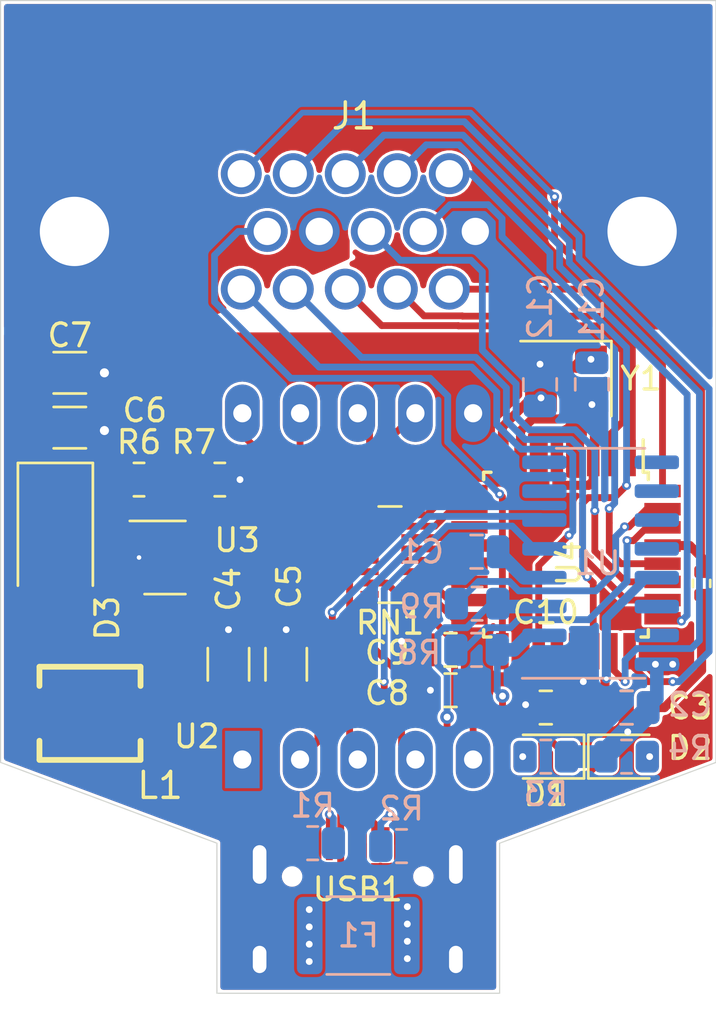
<source format=kicad_pcb>
(kicad_pcb (version 20171130) (host pcbnew "(5.1.9)-1")
  (layers (0 F.Cu signal) (31 B.Cu signal) (34 B.Paste user) (35 F.Paste user) (36 B.SilkS user) (37 F.SilkS user) (38 B.Mask user) (39 F.Mask user) (44 Edge.Cuts user))
  (net 0 "")
  (net 1 GNDA)
  (net 2 "Net-(C1-Pad1)")
  (net 3 "Net-(C3-Pad2)")
  (net 4 "Net-(C3-Pad1)")
  (net 5 +5V)
  (net 6 "Net-(C10-Pad2)")
  (net 7 "Net-(C11-Pad2)")
  (net 8 "Net-(C12-Pad2)")
  (net 9 "Net-(D1-Pad2)")
  (net 10 /RX)
  (net 11 "Net-(D2-Pad2)")
  (net 12 /TX)
  (net 13 +12V)
  (net 14 VBUS)
  (net 15 /Reset)
  (net 16 /A7)
  (net 17 /A6)
  (net 18 /A5)
  (net 19 /A4)
  (net 20 /A3)
  (net 21 /A2)
  (net 22 /A1)
  (net 23 /A0)
  (net 24 /D13)
  (net 25 /D12)
  (net 26 /D11)
  (net 27 /D10)
  (net 28 "Net-(R1-Pad1)")
  (net 29 "Net-(R2-Pad2)")
  (net 30 /D2)
  (net 31 /D3)
  (net 32 /D4)
  (net 33 /D5)
  (net 34 /D6)
  (net 35 /D7)
  (net 36 /D8)
  (net 37 /D9)
  (net 38 /D0)
  (net 39 /D1)
  (net 40 "Net-(U1-Pad15)")
  (net 41 "Net-(U1-Pad14)")
  (net 42 "Net-(U1-Pad12)")
  (net 43 "Net-(U1-Pad11)")
  (net 44 "Net-(U1-Pad10)")
  (net 45 "Net-(U1-Pad9)")
  (net 46 "Net-(U1-Pad8)")
  (net 47 "Net-(U1-Pad7)")
  (net 48 "Net-(U1-Pad6)")
  (net 49 "Net-(U1-Pad5)")
  (net 50 "Net-(U3-Pad6)")
  (net 51 "Net-(USB1-Pad3)")
  (net 52 "Net-(USB1-Pad9)")
  (net 53 "Net-(RN1-Pad11)")
  (net 54 "Net-(RN1-Pad10)")
  (net 55 "Net-(RN1-Pad12)")
  (net 56 "Net-(RN1-Pad13)")
  (net 57 "Net-(RN1-Pad9)")
  (net 58 "Net-(RN1-Pad14)")
  (net 59 "Net-(RN1-Pad15)")
  (net 60 "Net-(RN1-Pad16)")
  (net 61 "Net-(D3-Pad2)")
  (net 62 "Net-(R6-Pad2)")
  (module Display_7Segment:7SegmentLED_LTS6760_LTS6780 (layer F.Cu) (at 72.62 84.201 90)
    (fp_text reference U2 (at 1.016 -2.008 180) (layer F.SilkS))
    (fp_text value HDSP-A151)
    (pad 10 thru_hole oval (at 15.24 0) (size 1.524 2.524) (drill 0.8) (layers *.Cu *.Mask) (net 55 "Net-(RN1-Pad12)"))
    (pad 9 thru_hole oval (at 15.24 2.54) (size 1.524 2.524) (drill 0.8) (layers *.Cu *.Mask) (net 53 "Net-(RN1-Pad11)"))
    (pad 8 thru_hole oval (at 15.24 5.08) (size 1.524 2.524) (drill 0.8) (layers *.Cu *.Mask) (net 57 "Net-(RN1-Pad9)"))
    (pad 7 thru_hole oval (at 15.24 7.62) (size 1.524 2.524) (drill 0.8) (layers *.Cu *.Mask) (net 54 "Net-(RN1-Pad10)"))
    (pad 6 thru_hole oval (at 15.24 10.16) (size 1.524 2.524) (drill 0.8) (layers *.Cu *.Mask) (net 5 +5V))
    (pad 5 thru_hole oval (at 0 10.16) (size 1.524 2.524) (drill 0.8) (layers *.Cu *.Mask) (net 59 "Net-(RN1-Pad15)"))
    (pad 4 thru_hole oval (at 0 7.62) (size 1.524 2.524) (drill 0.8) (layers *.Cu *.Mask) (net 60 "Net-(RN1-Pad16)"))
    (pad 3 thru_hole oval (at 0 5.08) (size 1.524 2.524) (drill 0.8) (layers *.Cu *.Mask) (net 58 "Net-(RN1-Pad14)"))
    (pad 2 thru_hole oval (at 0 2.54) (size 1.524 2.524) (drill 0.8) (layers *.Cu *.Mask) (net 56 "Net-(RN1-Pad13)"))
    (pad 1 thru_hole rect (at 0 0) (size 1.524 2.524) (drill 0.8) (layers *.Cu *.Mask) (net 5 +5V))
  )
  (module 1_resouce:CONN-TH_DS1038-15MBNSIA74-0CC (layer F.Cu) (at 77.724 60.96)
    (fp_text reference J1 (at -1.27 -5.08) (layer F.SilkS) (effects (font (size 1.143 1.143) (thickness 0.152)) (justify left)))
    (fp_text value DB15_Male_HighDensity_MountingHoles hide)
    (pad 0 thru_hole circle (at -12.495 0) (size 5 5) (drill 3.05) (layers *.Cu *.Paste *.Mask) (net 1 GNDA))
    (pad 0 thru_hole circle (at 12.495 0) (size 5 5) (drill 3.05) (layers *.Cu *.Paste *.Mask) (net 1 GNDA))
    (pad 1 thru_hole circle (at 4.007 2.54) (size 1.8 1.8) (drill 1.2) (layers *.Cu *.Paste *.Mask) (net 30 /D2))
    (pad 2 thru_hole circle (at 1.718 2.54) (size 1.8 1.8) (drill 1.2) (layers *.Cu *.Paste *.Mask) (net 31 /D3))
    (pad 3 thru_hole circle (at -0.572 2.54) (size 1.8 1.8) (drill 1.2) (layers *.Cu *.Paste *.Mask) (net 32 /D4))
    (pad 4 thru_hole circle (at -2.862 2.54) (size 1.8 1.8) (drill 1.2) (layers *.Cu *.Paste *.Mask) (net 16 /A7))
    (pad 5 thru_hole circle (at -5.152 2.54) (size 1.8 1.8) (drill 1.2) (layers *.Cu *.Paste *.Mask) (net 17 /A6))
    (pad 6 thru_hole circle (at 5.152 0) (size 1.8 1.8) (drill 1.2) (layers *.Cu *.Paste *.Mask) (net 1 GNDA))
    (pad 7 thru_hole circle (at 2.862 0) (size 1.8 1.8) (drill 1.2) (layers *.Cu *.Paste *.Mask) (net 18 /A5))
    (pad 8 thru_hole circle (at 0.572 0) (size 1.8 1.8) (drill 1.2) (layers *.Cu *.Paste *.Mask) (net 19 /A4))
    (pad 9 thru_hole circle (at -1.718 0) (size 1.8 1.8) (drill 1.2) (layers *.Cu *.Paste *.Mask) (net 13 +12V))
    (pad 10 thru_hole circle (at -4.007 0) (size 1.8 1.8) (drill 1.2) (layers *.Cu *.Paste *.Mask) (net 24 /D13))
    (pad 11 thru_hole circle (at 4.007 -2.54) (size 1.8 1.8) (drill 1.2) (layers *.Cu *.Paste *.Mask) (net 20 /A3))
    (pad 12 thru_hole circle (at 1.718 -2.54) (size 1.8 1.8) (drill 1.2) (layers *.Cu *.Paste *.Mask) (net 21 /A2))
    (pad 13 thru_hole circle (at -0.572 -2.54) (size 1.8 1.8) (drill 1.2) (layers *.Cu *.Paste *.Mask) (net 23 /A0))
    (pad 14 thru_hole circle (at -2.862 -2.54) (size 1.8 1.8) (drill 1.2) (layers *.Cu *.Paste *.Mask) (net 22 /A1))
    (pad 15 thru_hole circle (at -5.152 -2.54) (size 1.8 1.8) (drill 1.2) (layers *.Cu *.Paste *.Mask) (net 15 /Reset))
  )
  (module Capacitor_SMD:C_1206_3216Metric (layer F.Cu) (at 65.024 67.183 180)
    (fp_text reference C7 (at 0 1.651) (layer F.SilkS))
    (fp_text value 10u)
    (pad 2 smd roundrect (at 1.475 0 180) (size 1.15 1.8) (layers F.Cu F.Paste F.Mask) (roundrect_rratio 0.217391) (net 13 +12V))
    (pad 1 smd roundrect (at -1.475 0 180) (size 1.15 1.8) (layers F.Cu F.Paste F.Mask) (roundrect_rratio 0.217391) (net 1 GNDA))
  )
  (module Capacitor_SMD:C_1206_3216Metric (layer F.Cu) (at 65.024 69.596 180)
    (fp_text reference C6 (at -3.302 0.762) (layer F.SilkS))
    (fp_text value 10u)
    (pad 2 smd roundrect (at 1.475 0 180) (size 1.15 1.8) (layers F.Cu F.Paste F.Mask) (roundrect_rratio 0.217391) (net 13 +12V))
    (pad 1 smd roundrect (at -1.475 0 180) (size 1.15 1.8) (layers F.Cu F.Paste F.Mask) (roundrect_rratio 0.217391) (net 1 GNDA))
  )
  (module Capacitor_SMD:C_1206_3216Metric (layer F.Cu) (at 74.549 80.01 270)
    (fp_text reference C5 (at -3.429 -0.127 90) (layer F.SilkS))
    (fp_text value 10u)
    (pad 1 smd roundrect (at -1.475 0 270) (size 1.15 1.8) (layers F.Cu F.Paste F.Mask) (roundrect_rratio 0.217391) (net 1 GNDA))
    (pad 2 smd roundrect (at 1.475 0 270) (size 1.15 1.8) (layers F.Cu F.Paste F.Mask) (roundrect_rratio 0.217391) (net 5 +5V))
  )
  (module Capacitor_SMD:C_1206_3216Metric (layer F.Cu) (at 72.009 80.01 270)
    (fp_text reference C4 (at -3.302 0 90) (layer F.SilkS))
    (fp_text value 10u)
    (pad 1 smd roundrect (at -1.475 0 270) (size 1.15 1.8) (layers F.Cu F.Paste F.Mask) (roundrect_rratio 0.217391) (net 1 GNDA))
    (pad 2 smd roundrect (at 1.475 0 270) (size 1.15 1.8) (layers F.Cu F.Paste F.Mask) (roundrect_rratio 0.217391) (net 5 +5V))
  )
  (module Resistor_SMD:R_0402_1005Metric (layer F.Cu) (at 92.837 76.452 270)
    (fp_text reference R5 hide)
    (fp_text value 0)
    (pad 2 smd roundrect (at 0.51 0 270) (size 0.54 0.64) (layers F.Cu F.Paste F.Mask) (net 4 "Net-(C3-Pad1)"))
    (pad 1 smd roundrect (at -0.51 0 270) (size 0.54 0.64) (layers F.Cu F.Paste F.Mask) (net 15 /Reset))
  )
  (module Resistor_SMD:R_Array_Convex_8x0602 (layer F.Cu) (at 79.121 75.184 180)
    (fp_text reference RN1 (at 0 -3) (layer F.SilkS))
    (fp_text value R_Pack08_Split)
    (pad 10 smd rect (at 0.9 1.25 180) (size 0.8 0.3) (layers F.Cu F.Paste F.Mask) (net 54 "Net-(RN1-Pad10)"))
    (pad 12 smd rect (at 0.9 0.25 180) (size 0.8 0.3) (layers F.Cu F.Paste F.Mask) (net 55 "Net-(RN1-Pad12)"))
    (pad 11 smd rect (at 0.9 0.75 180) (size 0.8 0.3) (layers F.Cu F.Paste F.Mask) (net 53 "Net-(RN1-Pad11)"))
    (pad 13 smd rect (at 0.9 -0.25 180) (size 0.8 0.3) (layers F.Cu F.Paste F.Mask) (net 56 "Net-(RN1-Pad13)"))
    (pad 14 smd rect (at 0.9 -0.75 180) (size 0.8 0.3) (layers F.Cu F.Paste F.Mask) (net 58 "Net-(RN1-Pad14)"))
    (pad 15 smd rect (at 0.9 -1.25 180) (size 0.8 0.3) (layers F.Cu F.Paste F.Mask) (net 59 "Net-(RN1-Pad15)"))
    (pad 7 smd rect (at -0.9 1.25 180) (size 0.8 0.3) (layers F.Cu F.Paste F.Mask) (net 34 /D6))
    (pad 6 smd rect (at -0.9 0.75 180) (size 0.8 0.3) (layers F.Cu F.Paste F.Mask) (net 35 /D7))
    (pad 5 smd rect (at -0.9 0.25 180) (size 0.8 0.3) (layers F.Cu F.Paste F.Mask) (net 36 /D8))
    (pad 4 smd rect (at -0.9 -0.25 180) (size 0.8 0.3) (layers F.Cu F.Paste F.Mask) (net 37 /D9))
    (pad 3 smd rect (at -0.9 -0.75 180) (size 0.8 0.3) (layers F.Cu F.Paste F.Mask) (net 27 /D10))
    (pad 2 smd rect (at -0.9 -1.25 180) (size 0.8 0.3) (layers F.Cu F.Paste F.Mask) (net 26 /D11))
    (pad 9 smd rect (at 0.9 1.75 180) (size 0.8 0.3) (layers F.Cu F.Paste F.Mask) (net 57 "Net-(RN1-Pad9)"))
    (pad 8 smd rect (at -0.9 1.75 180) (size 0.8 0.3) (layers F.Cu F.Paste F.Mask) (net 33 /D5))
    (pad 16 smd rect (at 0.9 -1.75 180) (size 0.8 0.3) (layers F.Cu F.Paste F.Mask) (net 60 "Net-(RN1-Pad16)"))
    (pad 1 smd rect (at -0.9 -1.75 180) (size 0.8 0.3) (layers F.Cu F.Paste F.Mask) (net 25 /D12))
  )
  (module Crystal:Crystal_SMD_3225-4Pin_3.2x2.5mm (layer F.Cu) (at 86.868 67.437 180)
    (fp_text reference Y1 (at -3.302 0) (layer F.SilkS))
    (fp_text value Crystal_GND24)
    (pad 4 smd rect (at -1.1 -0.85 180) (size 1.4 1.2) (layers F.Cu F.Paste F.Mask) (net 1 GNDA))
    (pad 3 smd rect (at 1.1 -0.85 180) (size 1.4 1.2) (layers F.Cu F.Paste F.Mask) (net 8 "Net-(C12-Pad2)"))
    (pad 2 smd rect (at 1.1 0.85 180) (size 1.4 1.2) (layers F.Cu F.Paste F.Mask) (net 1 GNDA))
    (pad 1 smd rect (at -1.1 0.85 180) (size 1.4 1.2) (layers F.Cu F.Paste F.Mask) (net 7 "Net-(C11-Pad2)"))
  )
  (module Type-C:HRO-TYPE-C-31-M-12 (layer F.Cu) (at 77.7 95.6)
    (fp_text reference USB1 (at 0 -5.684) (layer F.SilkS))
    (fp_text value HRO-TYPE-C-31-M-12)
    (pad 13 thru_hole oval (at 4.32 -2.6) (size 1 1.6) (drill oval 0.6 1.2) (layers *.Cu B.Mask) (net 1 GNDA))
    (pad 13 thru_hole oval (at -4.32 -2.6) (size 1 1.6) (drill oval 0.6 1.2) (layers *.Cu B.Mask) (net 1 GNDA))
    (pad 13 thru_hole oval (at 4.32 -6.78) (size 1 2.1) (drill oval 0.6 1.7) (layers *.Cu B.Mask) (net 1 GNDA))
    (pad 13 thru_hole oval (at -4.32 -6.78) (size 1 2.1) (drill oval 0.6 1.7) (layers *.Cu B.Mask) (net 1 GNDA))
    (pad "" np_thru_hole circle (at -2.89 -6.25) (size 0.65 0.65) (drill 0.65) (layers *.Cu *.Mask))
    (pad "" np_thru_hole circle (at 2.89 -6.25) (size 0.65 0.65) (drill 0.65) (layers *.Cu *.Mask))
    (pad 6 smd rect (at -0.25 -7.695) (size 0.3 1.45) (layers F.Cu F.Paste F.Mask) (net 49 "Net-(U1-Pad5)"))
    (pad 7 smd rect (at 0.25 -7.695) (size 0.3 1.45) (layers F.Cu F.Paste F.Mask) (net 48 "Net-(U1-Pad6)"))
    (pad 8 smd rect (at 0.75 -7.695) (size 0.3 1.45) (layers F.Cu F.Paste F.Mask) (net 49 "Net-(U1-Pad5)"))
    (pad 5 smd rect (at -0.75 -7.695) (size 0.3 1.45) (layers F.Cu F.Paste F.Mask) (net 48 "Net-(U1-Pad6)"))
    (pad 9 smd rect (at 1.25 -7.695) (size 0.3 1.45) (layers F.Cu F.Paste F.Mask) (net 52 "Net-(USB1-Pad9)"))
    (pad 4 smd rect (at -1.25 -7.695) (size 0.3 1.45) (layers F.Cu F.Paste F.Mask) (net 28 "Net-(R1-Pad1)"))
    (pad 10 smd rect (at 1.75 -7.695) (size 0.3 1.45) (layers F.Cu F.Paste F.Mask) (net 29 "Net-(R2-Pad2)"))
    (pad 3 smd rect (at -1.75 -7.695) (size 0.3 1.45) (layers F.Cu F.Paste F.Mask) (net 51 "Net-(USB1-Pad3)"))
    (pad 2 smd rect (at -2.45 -7.695) (size 0.6 1.45) (layers F.Cu F.Paste F.Mask) (net 14 VBUS))
    (pad 11 smd rect (at 2.45 -7.695) (size 0.6 1.45) (layers F.Cu F.Paste F.Mask) (net 14 VBUS))
    (pad 1 smd rect (at -3.225 -7.695) (size 0.6 1.45) (layers F.Cu F.Paste F.Mask) (net 1 GNDA))
    (pad 12 smd rect (at 3.225 -7.695) (size 0.6 1.45) (layers F.Cu F.Paste F.Mask) (net 1 GNDA))
  )
  (module Package_QFP:TQFP-32_7x7mm_P0.8mm (layer F.Cu) (at 86.868 75.184 270)
    (fp_text reference U4 (at 0.381 -0.127 90) (layer F.SilkS))
    (fp_text value ATmega328P-A)
    (pad 32 smd rect (at -2.8 -4.25) (size 1.6 0.55) (layers F.Cu F.Paste F.Mask) (net 30 /D2))
    (pad 31 smd rect (at -2 -4.25) (size 1.6 0.55) (layers F.Cu F.Paste F.Mask) (net 39 /D1))
    (pad 30 smd rect (at -1.2 -4.25) (size 1.6 0.55) (layers F.Cu F.Paste F.Mask) (net 38 /D0))
    (pad 29 smd rect (at -0.4 -4.25) (size 1.6 0.55) (layers F.Cu F.Paste F.Mask) (net 15 /Reset))
    (pad 28 smd rect (at 0.4 -4.25) (size 1.6 0.55) (layers F.Cu F.Paste F.Mask) (net 18 /A5))
    (pad 27 smd rect (at 1.2 -4.25) (size 1.6 0.55) (layers F.Cu F.Paste F.Mask) (net 19 /A4))
    (pad 26 smd rect (at 2 -4.25) (size 1.6 0.55) (layers F.Cu F.Paste F.Mask) (net 20 /A3))
    (pad 25 smd rect (at 2.8 -4.25) (size 1.6 0.55) (layers F.Cu F.Paste F.Mask) (net 21 /A2))
    (pad 24 smd rect (at 4.25 -2.8 270) (size 1.6 0.55) (layers F.Cu F.Paste F.Mask) (net 22 /A1))
    (pad 23 smd rect (at 4.25 -2 270) (size 1.6 0.55) (layers F.Cu F.Paste F.Mask) (net 23 /A0))
    (pad 22 smd rect (at 4.25 -1.2 270) (size 1.6 0.55) (layers F.Cu F.Paste F.Mask) (net 16 /A7))
    (pad 21 smd rect (at 4.25 -0.4 270) (size 1.6 0.55) (layers F.Cu F.Paste F.Mask) (net 1 GNDA))
    (pad 20 smd rect (at 4.25 0.4 270) (size 1.6 0.55) (layers F.Cu F.Paste F.Mask) (net 6 "Net-(C10-Pad2)"))
    (pad 19 smd rect (at 4.25 1.2 270) (size 1.6 0.55) (layers F.Cu F.Paste F.Mask) (net 17 /A6))
    (pad 18 smd rect (at 4.25 2 270) (size 1.6 0.55) (layers F.Cu F.Paste F.Mask) (net 5 +5V))
    (pad 17 smd rect (at 4.25 2.8 270) (size 1.6 0.55) (layers F.Cu F.Paste F.Mask) (net 24 /D13))
    (pad 16 smd rect (at 2.8 4.25) (size 1.6 0.55) (layers F.Cu F.Paste F.Mask) (net 25 /D12))
    (pad 15 smd rect (at 2 4.25) (size 1.6 0.55) (layers F.Cu F.Paste F.Mask) (net 26 /D11))
    (pad 14 smd rect (at 1.2 4.25) (size 1.6 0.55) (layers F.Cu F.Paste F.Mask) (net 27 /D10))
    (pad 13 smd rect (at 0.4 4.25) (size 1.6 0.55) (layers F.Cu F.Paste F.Mask) (net 37 /D9))
    (pad 12 smd rect (at -0.4 4.25) (size 1.6 0.55) (layers F.Cu F.Paste F.Mask) (net 36 /D8))
    (pad 11 smd rect (at -1.2 4.25) (size 1.6 0.55) (layers F.Cu F.Paste F.Mask) (net 35 /D7))
    (pad 10 smd rect (at -2 4.25) (size 1.6 0.55) (layers F.Cu F.Paste F.Mask) (net 34 /D6))
    (pad 9 smd rect (at -2.8 4.25) (size 1.6 0.55) (layers F.Cu F.Paste F.Mask) (net 33 /D5))
    (pad 8 smd rect (at -4.25 2.8 270) (size 1.6 0.55) (layers F.Cu F.Paste F.Mask) (net 8 "Net-(C12-Pad2)"))
    (pad 7 smd rect (at -4.25 2 270) (size 1.6 0.55) (layers F.Cu F.Paste F.Mask) (net 7 "Net-(C11-Pad2)"))
    (pad 6 smd rect (at -4.25 1.2 270) (size 1.6 0.55) (layers F.Cu F.Paste F.Mask) (net 5 +5V))
    (pad 5 smd rect (at -4.25 0.4 270) (size 1.6 0.55) (layers F.Cu F.Paste F.Mask) (net 1 GNDA))
    (pad 4 smd rect (at -4.25 -0.4 270) (size 1.6 0.55) (layers F.Cu F.Paste F.Mask) (net 5 +5V))
    (pad 3 smd rect (at -4.25 -1.2 270) (size 1.6 0.55) (layers F.Cu F.Paste F.Mask) (net 1 GNDA))
    (pad 2 smd rect (at -4.25 -2 270) (size 1.6 0.55) (layers F.Cu F.Paste F.Mask) (net 32 /D4))
    (pad 1 smd rect (at -4.25 -2.8 270) (size 1.6 0.55) (layers F.Cu F.Paste F.Mask) (net 31 /D3))
  )
  (module Package_TO_SOT_SMD:SOT-23-6 (layer F.Cu) (at 69.215 75.311)
    (fp_text reference U3 (at 3.175 -0.762) (layer F.SilkS))
    (fp_text value STI3508)
    (pad 1 smd rect (at -1.1 -0.95) (size 1.06 0.65) (layers F.Cu F.Paste F.Mask) (net 61 "Net-(D3-Pad2)"))
    (pad 2 smd rect (at -1.1 0) (size 1.06 0.65) (layers F.Cu F.Paste F.Mask) (net 1 GNDA))
    (pad 3 smd rect (at -1.1 0.95) (size 1.06 0.65) (layers F.Cu F.Paste F.Mask) (net 62 "Net-(R6-Pad2)"))
    (pad 4 smd rect (at 1.1 0.95) (size 1.06 0.65) (layers F.Cu F.Paste F.Mask) (net 5 +5V))
    (pad 6 smd rect (at 1.1 -0.95) (size 1.06 0.65) (layers F.Cu F.Paste F.Mask) (net 50 "Net-(U3-Pad6)"))
    (pad 5 smd rect (at 1.1 0) (size 1.06 0.65) (layers F.Cu F.Paste F.Mask) (net 5 +5V))
  )
  (module Package_SO:SOIC-16_3.9x9.9mm_P1.27mm (layer B.Cu) (at 88.392 75.565)
    (fp_text reference U1 (at -0.127 0) (layer B.SilkS) (effects (justify mirror)))
    (fp_text value CH340C)
    (pad 1 smd roundrect (at -2.475 4.445) (size 1.95 0.6) (layers B.Cu B.Paste B.Mask) (net 1 GNDA))
    (pad 2 smd roundrect (at -2.475 3.175) (size 1.95 0.6) (layers B.Cu B.Paste B.Mask) (net 10 /RX))
    (pad 3 smd roundrect (at -2.475 1.905) (size 1.95 0.6) (layers B.Cu B.Paste B.Mask) (net 12 /TX))
    (pad 4 smd roundrect (at -2.475 0.635) (size 1.95 0.6) (layers B.Cu B.Paste B.Mask) (net 2 "Net-(C1-Pad1)"))
    (pad 5 smd roundrect (at -2.475 -0.635) (size 1.95 0.6) (layers B.Cu B.Paste B.Mask) (net 49 "Net-(U1-Pad5)"))
    (pad 6 smd roundrect (at -2.475 -1.905) (size 1.95 0.6) (layers B.Cu B.Paste B.Mask) (net 48 "Net-(U1-Pad6)"))
    (pad 7 smd roundrect (at -2.475 -3.175) (size 1.95 0.6) (layers B.Cu B.Paste B.Mask) (net 47 "Net-(U1-Pad7)"))
    (pad 8 smd roundrect (at -2.475 -4.445) (size 1.95 0.6) (layers B.Cu B.Paste B.Mask) (net 46 "Net-(U1-Pad8)"))
    (pad 9 smd roundrect (at 2.475 -4.445) (size 1.95 0.6) (layers B.Cu B.Paste B.Mask) (net 45 "Net-(U1-Pad9)"))
    (pad 10 smd roundrect (at 2.475 -3.175) (size 1.95 0.6) (layers B.Cu B.Paste B.Mask) (net 44 "Net-(U1-Pad10)"))
    (pad 11 smd roundrect (at 2.475 -1.905) (size 1.95 0.6) (layers B.Cu B.Paste B.Mask) (net 43 "Net-(U1-Pad11)"))
    (pad 12 smd roundrect (at 2.475 -0.635) (size 1.95 0.6) (layers B.Cu B.Paste B.Mask) (net 42 "Net-(U1-Pad12)"))
    (pad 13 smd roundrect (at 2.475 0.635) (size 1.95 0.6) (layers B.Cu B.Paste B.Mask) (net 3 "Net-(C3-Pad2)"))
    (pad 14 smd roundrect (at 2.475 1.905) (size 1.95 0.6) (layers B.Cu B.Paste B.Mask) (net 41 "Net-(U1-Pad14)"))
    (pad 15 smd roundrect (at 2.475 3.175) (size 1.95 0.6) (layers B.Cu B.Paste B.Mask) (net 40 "Net-(U1-Pad15)"))
    (pad 16 smd roundrect (at 2.475 4.445) (size 1.95 0.6) (layers B.Cu B.Paste B.Mask) (net 5 +5V))
  )
  (module Resistor_SMD:R_0805_2012Metric (layer B.Cu) (at 82.9545 77.343 180)
    (fp_text reference R9 (at 2.4365 -0.127) (layer B.SilkS) (effects (justify mirror)))
    (fp_text value 1k)
    (pad 2 smd roundrect (at 0.9125 0 180) (size 1.025 1.4) (layers B.Cu B.Paste B.Mask) (roundrect_rratio 0.243902) (net 39 /D1))
    (pad 1 smd roundrect (at -0.9125 0 180) (size 1.025 1.4) (layers B.Cu B.Paste B.Mask) (roundrect_rratio 0.243902) (net 12 /TX))
  )
  (module Resistor_SMD:R_0805_2012Metric (layer B.Cu) (at 82.931 79.375 180)
    (fp_text reference R8 (at 2.54 -0.127) (layer B.SilkS) (effects (justify mirror)))
    (fp_text value 1k)
    (pad 2 smd roundrect (at 0.9125 0 180) (size 1.025 1.4) (layers B.Cu B.Paste B.Mask) (roundrect_rratio 0.243902) (net 38 /D0))
    (pad 1 smd roundrect (at -0.9125 0 180) (size 1.025 1.4) (layers B.Cu B.Paste B.Mask) (roundrect_rratio 0.243902) (net 10 /RX))
  )
  (module Resistor_SMD:R_0805_2012Metric (layer F.Cu) (at 71.628 71.882)
    (fp_text reference R7 (at -1.143 -1.65) (layer F.SilkS))
    (fp_text value 2k)
    (pad 2 smd roundrect (at 0.9125 0) (size 1.025 1.4) (layers F.Cu F.Paste F.Mask) (roundrect_rratio 0.243902) (net 1 GNDA))
    (pad 1 smd roundrect (at -0.9125 0) (size 1.025 1.4) (layers F.Cu F.Paste F.Mask) (roundrect_rratio 0.243902) (net 62 "Net-(R6-Pad2)"))
  )
  (module Resistor_SMD:R_0805_2012Metric (layer F.Cu) (at 68.072 71.882)
    (fp_text reference R6 (at 0 -1.65) (layer F.SilkS))
    (fp_text value 24k)
    (pad 2 smd roundrect (at 0.9125 0) (size 1.025 1.4) (layers F.Cu F.Paste F.Mask) (roundrect_rratio 0.243902) (net 62 "Net-(R6-Pad2)"))
    (pad 1 smd roundrect (at -0.9125 0) (size 1.025 1.4) (layers F.Cu F.Paste F.Mask) (roundrect_rratio 0.243902) (net 13 +12V))
  )
  (module Resistor_SMD:R_0805_2012Metric (layer B.Cu) (at 89.535 84.074 180)
    (fp_text reference R4 (at -2.794 0.381) (layer B.SilkS) (effects (justify mirror)))
    (fp_text value 1k)
    (pad 2 smd roundrect (at 0.9125 0 180) (size 1.025 1.4) (layers B.Cu B.Paste B.Mask) (roundrect_rratio 0.243902) (net 5 +5V))
    (pad 1 smd roundrect (at -0.9125 0 180) (size 1.025 1.4) (layers B.Cu B.Paste B.Mask) (roundrect_rratio 0.243902) (net 11 "Net-(D2-Pad2)"))
  )
  (module Resistor_SMD:R_0805_2012Metric (layer B.Cu) (at 85.979 84.074)
    (fp_text reference R3 (at 0 1.65) (layer B.SilkS) (effects (justify mirror)))
    (fp_text value 1k)
    (pad 2 smd roundrect (at 0.9125 0) (size 1.025 1.4) (layers B.Cu B.Paste B.Mask) (roundrect_rratio 0.243902) (net 5 +5V))
    (pad 1 smd roundrect (at -0.9125 0) (size 1.025 1.4) (layers B.Cu B.Paste B.Mask) (roundrect_rratio 0.243902) (net 9 "Net-(D1-Pad2)"))
  )
  (module Resistor_SMD:R_0805_2012Metric (layer B.Cu) (at 79.629 88.011 180)
    (fp_text reference R2 (at 0 1.65) (layer B.SilkS) (effects (justify mirror)))
    (fp_text value 5.1k)
    (pad 2 smd roundrect (at 0.9125 0 180) (size 1.025 1.4) (layers B.Cu B.Paste B.Mask) (roundrect_rratio 0.243902) (net 29 "Net-(R2-Pad2)"))
    (pad 1 smd roundrect (at -0.9125 0 180) (size 1.025 1.4) (layers B.Cu B.Paste B.Mask) (roundrect_rratio 0.243902) (net 1 GNDA))
  )
  (module Resistor_SMD:R_0805_2012Metric (layer B.Cu) (at 75.7155 87.884 180)
    (fp_text reference R1 (at 0 1.65) (layer B.SilkS) (effects (justify mirror)))
    (fp_text value 5.1k)
    (pad 2 smd roundrect (at 0.9125 0 180) (size 1.025 1.4) (layers B.Cu B.Paste B.Mask) (roundrect_rratio 0.243902) (net 1 GNDA))
    (pad 1 smd roundrect (at -0.9125 0 180) (size 1.025 1.4) (layers B.Cu B.Paste B.Mask) (roundrect_rratio 0.243902) (net 28 "Net-(R1-Pad1)"))
  )
  (module 1_resouce:IND-SMD_L4.5-W4.2 (layer F.Cu) (at 65.913 82.169 180)
    (fp_text reference L1 (at -4.191 -3.175) (layer F.SilkS) (effects (font (size 1.143 1.143) (thickness 0.152)) (justify right)))
    (fp_text value INDUCTOR hide)
    (pad 1 smd rect (at -1.8 0 180) (size 1.675 1.95) (layers F.Cu F.Paste F.Mask) (net 5 +5V))
    (pad 2 smd rect (at 1.8 0 180) (size 1.675 1.95) (layers F.Cu F.Paste F.Mask) (net 61 "Net-(D3-Pad2)"))
  )
  (module Fuse:Fuse_1812_4532Metric (layer B.Cu) (at 77.724 91.948)
    (fp_text reference F1 (at 0 0) (layer B.SilkS) (effects (justify mirror)))
    (fp_text value Fuse)
    (pad 1 smd roundrect (at -2.1375 0) (size 1.125 3.4) (layers B.Cu B.Paste B.Mask) (roundrect_rratio 0.222222) (net 5 +5V))
    (pad 2 smd roundrect (at 2.1375 0) (size 1.125 3.4) (layers B.Cu B.Paste B.Mask) (roundrect_rratio 0.222222) (net 14 VBUS))
  )
  (module Diode_SMD:D_SMA (layer F.Cu) (at 64.389 74.549 270)
    (fp_text reference D3 (at 3.429 -2.286 90) (layer F.SilkS))
    (fp_text value D_Schottky)
    (pad 2 smd rect (at 2 0 270) (size 2.5 1.8) (layers F.Cu F.Paste F.Mask) (net 61 "Net-(D3-Pad2)"))
    (pad 1 smd rect (at -2 0 270) (size 2.5 1.8) (layers F.Cu F.Paste F.Mask) (net 13 +12V))
  )
  (module LED_SMD:LED_0805_2012Metric (layer F.Cu) (at 89.535 84.074)
    (fp_text reference D2 (at 2.794 -0.381) (layer F.SilkS))
    (fp_text value LED)
    (pad 2 smd roundrect (at 0.9375 0) (size 0.975 1.4) (layers F.Cu F.Paste F.Mask) (net 11 "Net-(D2-Pad2)"))
    (pad 1 smd roundrect (at -0.9375 0) (size 0.975 1.4) (layers F.Cu F.Paste F.Mask) (net 12 /TX))
  )
  (module LED_SMD:LED_0805_2012Metric (layer F.Cu) (at 85.979 84.074 180)
    (fp_text reference D1 (at 0 -1.65) (layer F.SilkS))
    (fp_text value LED)
    (pad 2 smd roundrect (at 0.9375 0 180) (size 0.975 1.4) (layers F.Cu F.Paste F.Mask) (net 9 "Net-(D1-Pad2)"))
    (pad 1 smd roundrect (at -0.9375 0 180) (size 0.975 1.4) (layers F.Cu F.Paste F.Mask) (net 10 /RX))
  )
  (module Capacitor_SMD:C_0805_2012Metric (layer B.Cu) (at 85.725 67.691 270)
    (fp_text reference C12 (at -3.429 0 90) (layer B.SilkS) (effects (justify mirror)))
    (fp_text value 22p)
    (pad 2 smd roundrect (at 0.95 0 270) (size 1 1.45) (layers B.Cu B.Paste B.Mask) (net 8 "Net-(C12-Pad2)"))
    (pad 1 smd roundrect (at -0.95 0 270) (size 1 1.45) (layers B.Cu B.Paste B.Mask) (net 1 GNDA))
  )
  (module Capacitor_SMD:C_0805_2012Metric (layer B.Cu) (at 88.011 67.691 90)
    (fp_text reference C11 (at 3.302 0 270) (layer B.SilkS) (effects (justify mirror)))
    (fp_text value 22p)
    (pad 2 smd roundrect (at 0.95 0 90) (size 1 1.45) (layers B.Cu B.Paste B.Mask) (net 7 "Net-(C11-Pad2)"))
    (pad 1 smd roundrect (at -0.95 0 90) (size 1 1.45) (layers B.Cu B.Paste B.Mask) (net 1 GNDA))
  )
  (module Capacitor_SMD:C_0805_2012Metric (layer F.Cu) (at 85.979 81.915)
    (fp_text reference C10 (at 0 -4.191) (layer F.SilkS))
    (fp_text value 0.1u)
    (pad 2 smd roundrect (at 0.95 0) (size 1 1.45) (layers F.Cu F.Paste F.Mask) (net 6 "Net-(C10-Pad2)"))
    (pad 1 smd roundrect (at -0.95 0) (size 1 1.45) (layers F.Cu F.Paste F.Mask) (net 1 GNDA))
  )
  (module Capacitor_SMD:C_0805_2012Metric (layer F.Cu) (at 81.788 79.375)
    (fp_text reference C9 (at -2.794 0.127) (layer F.SilkS))
    (fp_text value 0.1u)
    (pad 2 smd roundrect (at 0.95 0) (size 1 1.45) (layers F.Cu F.Paste F.Mask) (net 5 +5V))
    (pad 1 smd roundrect (at -0.95 0) (size 1 1.45) (layers F.Cu F.Paste F.Mask) (net 1 GNDA))
  )
  (module Capacitor_SMD:C_0805_2012Metric (layer F.Cu) (at 81.788 81.153)
    (fp_text reference C8 (at -2.794 0.127) (layer F.SilkS))
    (fp_text value 4.7u)
    (pad 2 smd roundrect (at 0.95 0) (size 1 1.45) (layers F.Cu F.Paste F.Mask) (net 5 +5V))
    (pad 1 smd roundrect (at -0.95 0) (size 1 1.45) (layers F.Cu F.Paste F.Mask) (net 1 GNDA))
  )
  (module Capacitor_SMD:C_0805_2012Metric (layer F.Cu) (at 89.535 81.915 180)
    (fp_text reference C3 (at -2.794 0) (layer F.SilkS))
    (fp_text value 0.1u)
    (pad 2 smd roundrect (at 0.95 0 180) (size 1 1.45) (layers F.Cu F.Paste F.Mask) (net 3 "Net-(C3-Pad2)"))
    (pad 1 smd roundrect (at -0.95 0 180) (size 1 1.45) (layers F.Cu F.Paste F.Mask) (net 4 "Net-(C3-Pad1)"))
  )
  (module Capacitor_SMD:C_0805_2012Metric (layer B.Cu) (at 89.535 81.915)
    (fp_text reference C2 (at 2.794 -0.127) (layer B.SilkS) (effects (justify mirror)))
    (fp_text value 1u)
    (pad 1 smd roundrect (at -0.95 0) (size 1 1.45) (layers B.Cu B.Paste B.Mask) (net 1 GNDA))
    (pad 2 smd roundrect (at 0.95 0) (size 1 1.45) (layers B.Cu B.Paste B.Mask) (net 5 +5V))
  )
  (module Capacitor_SMD:C_0805_2012Metric (layer B.Cu) (at 82.931 75.057 180)
    (fp_text reference C1 (at 2.413 0) (layer B.SilkS) (effects (justify mirror)))
    (fp_text value 0.1u)
    (pad 2 smd roundrect (at 0.95 0 180) (size 1 1.45) (layers B.Cu B.Paste B.Mask) (net 1 GNDA))
    (pad 1 smd roundrect (at -0.95 0 180) (size 1 1.45) (layers B.Cu B.Paste B.Mask) (net 2 "Net-(C1-Pad1)"))
  )
  (gr_line (start 93.472 50.8) (end 61.976 50.8) (layer Edge.Cuts) (width 0.05))
  (gr_line (start 93.472 84.328) (end 93.472 50.8) (layer Edge.Cuts) (width 0.05))
  (gr_line (start 83.947 87.884) (end 93.472 84.328) (layer Edge.Cuts) (width 0.05))
  (gr_line (start 83.947 94.488) (end 83.947 87.884) (layer Edge.Cuts) (width 0.05))
  (gr_line (start 71.501 94.488) (end 83.947 94.488) (layer Edge.Cuts) (width 0.05))
  (gr_line (start 71.501 87.884) (end 71.501 94.488) (layer Edge.Cuts) (width 0.05))
  (gr_line (start 61.976 84.328) (end 71.501 87.884) (layer Edge.Cuts) (width 0.05))
  (gr_line (start 61.976 50.8) (end 61.976 84.328) (layer Edge.Cuts) (width 0.05))
  (via (at 79.629 78.994) (size 0.6) (drill 0.3) (layers F.Cu B.Cu) (net 1))
  (via (at 85.09 81.788) (size 0.6) (drill 0.3) (layers F.Cu B.Cu) (net 1))
  (via (at 80.899 81.153) (size 0.6) (drill 0.3) (layers F.Cu B.Cu) (net 1))
  (via (at 74.549 78.486) (size 0.6) (drill 0.3) (layers F.Cu B.Cu) (net 1))
  (via (at 72.009 78.486) (size 0.6) (drill 0.3) (layers F.Cu B.Cu) (net 1))
  (via (at 72.517 71.882) (size 0.6) (drill 0.3) (layers F.Cu B.Cu) (net 1))
  (via (at 68.072 75.311) (size 0.4) (drill 0.2) (layers F.Cu B.Cu) (net 1))
  (via (at 66.548 69.723) (size 0.8) (drill 0.4) (layers F.Cu B.Cu) (net 1))
  (via (at 66.548 67.183) (size 0.8) (drill 0.4) (layers F.Cu B.Cu) (net 1))
  (via (at 85.725 66.802) (size 0.6) (drill 0.3) (layers F.Cu B.Cu) (net 1))
  (segment (start 87.268 79.434) (end 87.268 79.267) (width 0.4) (layer F.Cu) (net 1))
  (segment (start 81.105 87.905) (end 82.02 88.82) (width 0.6) (layer F.Cu) (net 1))
  (segment (start 80.925 87.905) (end 81.105 87.905) (width 0.6) (layer F.Cu) (net 1))
  (segment (start 74.295 87.905) (end 73.38 88.82) (width 0.6) (layer F.Cu) (net 1))
  (segment (start 74.475 87.905) (end 74.295 87.905) (width 0.6) (layer F.Cu) (net 1))
  (via (at 87.63 80.772) (size 0.6) (drill 0.3) (layers F.Cu B.Cu) (net 1))
  (segment (start 87.268 80.41) (end 87.63 80.772) (width 0.6) (layer F.Cu) (net 1))
  (segment (start 87.268 79.434) (end 87.268 80.41) (width 0.6) (layer F.Cu) (net 1))
  (segment (start 86.468 72.134) (end 86.468 70.934) (width 0.4) (layer F.Cu) (net 1))
  (segment (start 87.871074 72.134) (end 86.468 72.134) (width 0.4) (layer F.Cu) (net 1))
  (segment (start 88.068 70.934) (end 88.068 71.937074) (width 0.4) (layer F.Cu) (net 1))
  (segment (start 88.068 71.937074) (end 87.871074 72.134) (width 0.4) (layer F.Cu) (net 1))
  (segment (start 80.457 78.994) (end 80.838 79.375) (width 0.6) (layer F.Cu) (net 1))
  (segment (start 79.629 78.994) (end 80.457 78.994) (width 0.6) (layer F.Cu) (net 1))
  (segment (start 88.068 68.641) (end 87.968 68.541) (width 0.3) (layer F.Cu) (net 1))
  (segment (start 88.068 70.934) (end 88.068 68.641) (width 0.3) (layer F.Cu) (net 1))
  (via (at 88.011 68.58) (size 0.6) (drill 0.3) (layers F.Cu B.Cu) (net 1))
  (segment (start 87.562336 58.303336) (end 90.219 60.96) (width 1.6) (layer F.Cu) (net 1))
  (segment (start 85.532664 58.303336) (end 87.562336 58.303336) (width 1.6) (layer F.Cu) (net 1))
  (segment (start 82.876 60.96) (end 85.532664 58.303336) (width 1.6) (layer F.Cu) (net 1))
  (segment (start 85.024 76.2) (end 83.881 75.057) (width 0.6) (layer B.Cu) (net 2))
  (segment (start 85.917 76.2) (end 85.024 76.2) (width 0.6) (layer B.Cu) (net 2))
  (segment (start 88.646 80.645) (end 88.646 80.645) (width 0.4) (layer B.Cu) (net 3))
  (via (at 88.646 80.645) (size 0.4) (drill 0.2) (layers F.Cu B.Cu) (net 3))
  (segment (start 88.585 80.706) (end 88.646 80.645) (width 0.4) (layer F.Cu) (net 3))
  (segment (start 88.585 81.915) (end 88.585 80.706) (width 0.4) (layer F.Cu) (net 3))
  (segment (start 88.646 77.978) (end 88.646 80.645) (width 0.4) (layer B.Cu) (net 3))
  (segment (start 90.424 76.2) (end 88.646 77.978) (width 0.4) (layer B.Cu) (net 3))
  (segment (start 90.867 76.2) (end 90.424 76.2) (width 0.4) (layer B.Cu) (net 3))
  (segment (start 91.203962 81.915) (end 92.837 80.281962) (width 0.4) (layer F.Cu) (net 4))
  (segment (start 90.485 81.915) (end 91.203962 81.915) (width 0.4) (layer F.Cu) (net 4))
  (segment (start 92.837 80.281962) (end 92.837 76.962) (width 0.4) (layer F.Cu) (net 4))
  (via (at 90.805 80.01) (size 0.6) (drill 0.3) (layers F.Cu B.Cu) (net 5))
  (via (at 91.567 80.01) (size 0.6) (drill 0.3) (layers F.Cu B.Cu) (net 5))
  (via (at 75.565 93.091) (size 0.6) (drill 0.3) (layers F.Cu B.Cu) (net 5))
  (via (at 75.565 92.329) (size 0.6) (drill 0.3) (layers F.Cu B.Cu) (net 5))
  (via (at 75.565 91.567) (size 0.6) (drill 0.3) (layers F.Cu B.Cu) (net 5))
  (via (at 75.565 90.805) (size 0.6) (drill 0.3) (layers F.Cu B.Cu) (net 5))
  (segment (start 86.8915 84.074) (end 88.6225 84.074) (width 1) (layer B.Cu) (net 5))
  (segment (start 90.485 82.083718) (end 90.485 81.915) (width 1) (layer B.Cu) (net 5))
  (segment (start 88.6225 83.946218) (end 89.586359 82.982359) (width 1) (layer B.Cu) (net 5))
  (segment (start 88.6225 84.074) (end 88.6225 83.946218) (width 1) (layer B.Cu) (net 5))
  (segment (start 89.586359 82.982359) (end 90.485 82.083718) (width 1) (layer B.Cu) (net 5))
  (via (at 89.586359 82.982359) (size 0.6) (drill 0.3) (layers F.Cu B.Cu) (net 5))
  (segment (start 90.867 81.533) (end 90.485 81.915) (width 0.6) (layer B.Cu) (net 5))
  (segment (start 90.867 80.01) (end 90.867 81.533) (width 0.6) (layer B.Cu) (net 5))
  (segment (start 86.468 81.454) (end 86.929 81.915) (width 0.4) (layer F.Cu) (net 6))
  (segment (start 86.468 79.434) (end 86.468 81.454) (width 0.4) (layer F.Cu) (net 6))
  (via (at 87.968 66.586954) (size 0.6) (drill 0.3) (layers F.Cu B.Cu) (net 7))
  (segment (start 86.940999 67.189691) (end 87.543736 66.586954) (width 0.4) (layer F.Cu) (net 7))
  (segment (start 87.543736 66.586954) (end 87.968 66.586954) (width 0.4) (layer F.Cu) (net 7))
  (segment (start 86.940999 68.888001) (end 86.940999 67.189691) (width 0.4) (layer F.Cu) (net 7))
  (segment (start 86.614 69.215) (end 86.940999 68.888001) (width 0.4) (layer F.Cu) (net 7))
  (segment (start 85.387 69.215) (end 86.614 69.215) (width 0.4) (layer F.Cu) (net 7))
  (segment (start 84.868 69.734) (end 85.387 69.215) (width 0.4) (layer F.Cu) (net 7))
  (segment (start 84.868 70.934) (end 84.868 69.734) (width 0.4) (layer F.Cu) (net 7))
  (via (at 85.768 68.287036) (size 0.6) (drill 0.3) (layers F.Cu B.Cu) (net 8))
  (segment (start 84.068 70.934) (end 84.068 69.562702) (width 0.4) (layer F.Cu) (net 8))
  (segment (start 84.068 69.562702) (end 85.343666 68.287036) (width 0.4) (layer F.Cu) (net 8))
  (segment (start 85.343666 68.287036) (end 85.768 68.287036) (width 0.4) (layer F.Cu) (net 8))
  (via (at 84.963 84.074) (size 0.6) (drill 0.3) (layers F.Cu B.Cu) (net 9))
  (segment (start 83.8435 79.375) (end 84.582 79.375) (width 0.6) (layer B.Cu) (net 10))
  (segment (start 85.217 78.74) (end 85.917 78.74) (width 0.6) (layer B.Cu) (net 10))
  (segment (start 84.582 79.375) (end 85.217 78.74) (width 0.6) (layer B.Cu) (net 10))
  (via (at 84.074 81.407) (size 0.6) (drill 0.3) (layers F.Cu B.Cu) (net 10))
  (segment (start 83.8435 79.375) (end 83.8435 81.1765) (width 0.3) (layer B.Cu) (net 10))
  (segment (start 83.8435 81.1765) (end 84.074 81.407) (width 0.3) (layer B.Cu) (net 10))
  (segment (start 84.560704 82.91701) (end 84.074 82.430306) (width 0.3) (layer F.Cu) (net 10))
  (segment (start 86.9165 84.074) (end 85.75951 82.91701) (width 0.3) (layer F.Cu) (net 10))
  (segment (start 85.75951 82.91701) (end 84.560704 82.91701) (width 0.3) (layer F.Cu) (net 10))
  (segment (start 84.074 82.430306) (end 84.074 81.407) (width 0.3) (layer F.Cu) (net 10))
  (via (at 90.551 84.074) (size 0.6) (drill 0.3) (layers F.Cu B.Cu) (net 11))
  (segment (start 83.994 77.47) (end 83.867 77.343) (width 0.6) (layer B.Cu) (net 12))
  (segment (start 85.917 77.47) (end 83.994 77.47) (width 0.6) (layer B.Cu) (net 12))
  (via (at 81.632882 82.334209) (size 0.6) (drill 0.3) (layers F.Cu B.Cu) (net 12))
  (segment (start 82.499296 78.39799) (end 81.537704 78.39799) (width 0.3) (layer B.Cu) (net 12))
  (segment (start 81.632882 80.447188) (end 81.632882 82.334209) (width 0.3) (layer B.Cu) (net 12))
  (segment (start 81.22899 80.043296) (end 81.632882 80.447188) (width 0.3) (layer B.Cu) (net 12))
  (segment (start 82.349628 85.74001) (end 81.632882 85.023264) (width 0.3) (layer F.Cu) (net 12))
  (segment (start 88.5975 84.074) (end 86.93149 85.74001) (width 0.3) (layer F.Cu) (net 12))
  (segment (start 81.537704 78.39799) (end 81.22899 78.706704) (width 0.3) (layer B.Cu) (net 12))
  (segment (start 83.867 77.343) (end 83.554286 77.343) (width 0.3) (layer B.Cu) (net 12))
  (segment (start 81.632882 85.023264) (end 81.632882 82.334209) (width 0.3) (layer F.Cu) (net 12))
  (segment (start 81.22899 78.706704) (end 81.22899 80.043296) (width 0.3) (layer B.Cu) (net 12))
  (segment (start 86.93149 85.74001) (end 82.349628 85.74001) (width 0.3) (layer F.Cu) (net 12))
  (segment (start 83.554286 77.343) (end 82.499296 78.39799) (width 0.3) (layer B.Cu) (net 12))
  (segment (start 63.549 67.183) (end 63.549 69.596) (width 1.6) (layer F.Cu) (net 13))
  (segment (start 63.549 71.709) (end 64.389 72.549) (width 1.6) (layer F.Cu) (net 13))
  (segment (start 63.549 69.596) (end 63.549 71.709) (width 1.6) (layer F.Cu) (net 13))
  (segment (start 65.056 71.882) (end 64.389 72.549) (width 1.6) (layer F.Cu) (net 13))
  (segment (start 67.1595 71.882) (end 65.056 71.882) (width 1.6) (layer F.Cu) (net 13))
  (via (at 79.883 92.964) (size 0.6) (drill 0.3) (layers F.Cu B.Cu) (net 14))
  (via (at 79.883 92.202) (size 0.6) (drill 0.3) (layers F.Cu B.Cu) (net 14))
  (via (at 79.883 91.44) (size 0.6) (drill 0.3) (layers F.Cu B.Cu) (net 14))
  (via (at 79.883 90.678) (size 0.6) (drill 0.3) (layers F.Cu B.Cu) (net 14))
  (segment (start 92.837 75.303) (end 92.837 75.942) (width 0.4) (layer F.Cu) (net 15))
  (segment (start 92.318 74.784) (end 92.837 75.303) (width 0.4) (layer F.Cu) (net 15))
  (segment (start 91.118 74.784) (end 92.318 74.784) (width 0.4) (layer F.Cu) (net 15))
  (segment (start 82.667312 55.73199) (end 86.365659 59.430337) (width 0.25) (layer B.Cu) (net 15))
  (segment (start 75.26001 55.73199) (end 82.667312 55.73199) (width 0.25) (layer B.Cu) (net 15))
  (segment (start 92.837 67.784038) (end 86.365659 61.312697) (width 0.3) (layer F.Cu) (net 15))
  (segment (start 72.572 58.42) (end 75.26001 55.73199) (width 0.25) (layer B.Cu) (net 15))
  (segment (start 86.365659 61.312697) (end 86.365659 59.430337) (width 0.3) (layer F.Cu) (net 15))
  (segment (start 92.837 75.303) (end 92.837 67.784038) (width 0.3) (layer F.Cu) (net 15))
  (via (at 86.365659 59.430337) (size 0.4) (drill 0.2) (layers F.Cu B.Cu) (net 15))
  (segment (start 88.068 76.423596) (end 87.800687 76.156283) (width 0.3) (layer F.Cu) (net 16))
  (segment (start 88.068 79.434) (end 88.068 76.423596) (width 0.3) (layer F.Cu) (net 16))
  (via (at 87.800687 76.156283) (size 0.4) (drill 0.2) (layers F.Cu B.Cu) (net 16))
  (segment (start 84.24602 67.853755) (end 84.24602 69.291136) (width 0.3) (layer B.Cu) (net 16))
  (segment (start 74.862 63.5) (end 77.863992 66.501992) (width 0.3) (layer B.Cu) (net 16))
  (segment (start 82.894257 66.501992) (end 84.24602 67.853755) (width 0.3) (layer B.Cu) (net 16))
  (segment (start 87.600688 75.956284) (end 87.800687 76.156283) (width 0.3) (layer B.Cu) (net 16))
  (segment (start 87.095748 70.11598) (end 87.600688 70.62092) (width 0.3) (layer B.Cu) (net 16))
  (segment (start 84.24602 69.291136) (end 85.070863 70.115979) (width 0.3) (layer B.Cu) (net 16))
  (segment (start 85.070863 70.115979) (end 87.095748 70.11598) (width 0.3) (layer B.Cu) (net 16))
  (segment (start 77.863992 66.501992) (end 82.894257 66.501992) (width 0.3) (layer B.Cu) (net 16))
  (segment (start 87.600688 70.62092) (end 87.600688 75.956284) (width 0.3) (layer B.Cu) (net 16))
  (segment (start 85.668 75.66179) (end 87.002718 74.327072) (width 0.3) (layer F.Cu) (net 17))
  (via (at 87.002718 74.327072) (size 0.4) (drill 0.2) (layers F.Cu B.Cu) (net 17))
  (segment (start 85.668 79.434) (end 85.668 75.66179) (width 0.3) (layer F.Cu) (net 17))
  (segment (start 87.16901 70.793126) (end 87.16901 74.16078) (width 0.3) (layer B.Cu) (net 17))
  (segment (start 72.572 63.5) (end 76.001002 66.929002) (width 0.3) (layer B.Cu) (net 17))
  (segment (start 84.89399 70.54299) (end 86.918874 70.54299) (width 0.3) (layer B.Cu) (net 17))
  (segment (start 83.81901 69.46801) (end 84.89399 70.54299) (width 0.3) (layer B.Cu) (net 17))
  (segment (start 87.16901 74.16078) (end 87.002718 74.327072) (width 0.3) (layer B.Cu) (net 17))
  (segment (start 86.918874 70.54299) (end 87.16901 70.793126) (width 0.3) (layer B.Cu) (net 17))
  (segment (start 83.81901 68.030628) (end 83.81901 69.46801) (width 0.3) (layer B.Cu) (net 17))
  (segment (start 76.001002 66.929002) (end 82.717384 66.929002) (width 0.3) (layer B.Cu) (net 17))
  (segment (start 82.717384 66.929002) (end 83.81901 68.030628) (width 0.3) (layer B.Cu) (net 17))
  (segment (start 89.300001 75.584) (end 91.118 75.584) (width 0.3) (layer F.Cu) (net 18))
  (segment (start 88.773001 75.057) (end 89.300001 75.584) (width 0.3) (layer F.Cu) (net 18))
  (segment (start 88.773001 73.786999) (end 88.773001 75.057) (width 0.3) (layer F.Cu) (net 18))
  (segment (start 88.773 73.152) (end 88.773001 73.786999) (width 0.3) (layer F.Cu) (net 18))
  (via (at 88.773 73.152) (size 0.4) (drill 0.2) (layers F.Cu B.Cu) (net 18))
  (segment (start 80.586 60.96) (end 81.763001 59.782999) (width 0.3) (layer B.Cu) (net 18))
  (segment (start 81.763001 59.782999) (end 83.440961 59.782999) (width 0.3) (layer B.Cu) (net 18))
  (segment (start 84.053001 60.395039) (end 84.053001 61.193001) (width 0.3) (layer B.Cu) (net 18))
  (segment (start 83.440961 59.782999) (end 84.053001 60.395039) (width 0.3) (layer B.Cu) (net 18))
  (segment (start 84.053001 61.193001) (end 89.01301 66.15301) (width 0.3) (layer B.Cu) (net 18))
  (segment (start 89.01301 66.15301) (end 89.01301 72.91199) (width 0.3) (layer B.Cu) (net 18))
  (segment (start 89.01301 72.91199) (end 88.773 73.152) (width 0.3) (layer B.Cu) (net 18))
  (segment (start 89.496117 76.384) (end 88.138014 75.025897) (width 0.3) (layer F.Cu) (net 19))
  (segment (start 91.118 76.384) (end 89.496117 76.384) (width 0.3) (layer F.Cu) (net 19))
  (segment (start 88.138014 75.025897) (end 88.138014 73.247645) (width 0.3) (layer F.Cu) (net 19))
  (via (at 88.138014 73.247645) (size 0.4) (drill 0.2) (layers F.Cu B.Cu) (net 19))
  (segment (start 84.673031 69.114263) (end 85.247737 69.688969) (width 0.3) (layer B.Cu) (net 19))
  (segment (start 83.185 66.188851) (end 84.673031 67.676882) (width 0.3) (layer B.Cu) (net 19))
  (segment (start 82.684306 62.23) (end 83.185 62.730694) (width 0.3) (layer B.Cu) (net 19))
  (segment (start 84.673031 67.676882) (end 84.673031 69.114263) (width 0.3) (layer B.Cu) (net 19))
  (segment (start 79.566 62.23) (end 82.684306 62.23) (width 0.3) (layer B.Cu) (net 19))
  (segment (start 78.296 60.96) (end 79.566 62.23) (width 0.3) (layer B.Cu) (net 19))
  (segment (start 85.247737 69.688969) (end 87.272622 69.68897) (width 0.3) (layer B.Cu) (net 19))
  (segment (start 87.272622 69.68897) (end 88.138014 70.554362) (width 0.3) (layer B.Cu) (net 19))
  (segment (start 83.185 62.730694) (end 83.185 66.188851) (width 0.3) (layer B.Cu) (net 19))
  (segment (start 88.138014 70.554362) (end 88.138014 73.247645) (width 0.3) (layer B.Cu) (net 19))
  (via (at 89.535 72.136) (size 0.4) (drill 0.2) (layers F.Cu B.Cu) (net 20))
  (segment (start 87.844044 72.674363) (end 88.996649 72.674363) (width 0.3) (layer F.Cu) (net 20))
  (segment (start 89.503 77.184) (end 87.596004 75.277004) (width 0.3) (layer F.Cu) (net 20))
  (segment (start 91.118 77.184) (end 89.503 77.184) (width 0.3) (layer F.Cu) (net 20))
  (segment (start 87.596004 75.277004) (end 87.596004 72.922403) (width 0.3) (layer F.Cu) (net 20))
  (segment (start 87.596004 72.922403) (end 87.844044 72.674363) (width 0.3) (layer F.Cu) (net 20))
  (segment (start 88.996649 72.674363) (end 89.535012 72.136) (width 0.3) (layer F.Cu) (net 20))
  (segment (start 89.535 72.136) (end 89.535 66.071116) (width 0.3) (layer B.Cu) (net 20))
  (segment (start 89.535 66.071116) (end 86.160966 62.697082) (width 0.3) (layer B.Cu) (net 20))
  (segment (start 86.160966 62.697082) (end 86.160966 61.89912) (width 0.3) (layer B.Cu) (net 20))
  (segment (start 86.160966 61.89912) (end 82.681846 58.42) (width 0.3) (layer B.Cu) (net 20))
  (segment (start 82.681846 58.42) (end 81.731 58.42) (width 0.3) (layer B.Cu) (net 20))
  (via (at 91.948 78.105) (size 0.4) (drill 0.2) (layers F.Cu B.Cu) (net 21))
  (segment (start 91.827 77.984) (end 91.948 78.105) (width 0.3) (layer F.Cu) (net 21))
  (segment (start 91.118 77.984) (end 91.827 77.984) (width 0.3) (layer F.Cu) (net 21))
  (segment (start 92.202 77.851) (end 92.202 68.134232) (width 0.3) (layer B.Cu) (net 21))
  (segment (start 82.160271 57.150001) (end 80.711999 57.150001) (width 0.3) (layer B.Cu) (net 21))
  (segment (start 86.587977 61.577707) (end 82.160271 57.150001) (width 0.3) (layer B.Cu) (net 21))
  (segment (start 91.948 78.105) (end 92.202 77.851) (width 0.3) (layer B.Cu) (net 21))
  (segment (start 80.711999 57.150001) (end 79.442 58.42) (width 0.3) (layer B.Cu) (net 21))
  (segment (start 92.202 68.134232) (end 86.587977 62.520209) (width 0.3) (layer B.Cu) (net 21))
  (segment (start 86.587977 62.520209) (end 86.587977 61.577707) (width 0.3) (layer B.Cu) (net 21))
  (via (at 91.567 80.772) (size 0.4) (drill 0.2) (layers F.Cu B.Cu) (net 22))
  (segment (start 90.481 80.772) (end 91.567 80.772) (width 0.3) (layer F.Cu) (net 22))
  (segment (start 89.668 79.434) (end 89.668 79.959) (width 0.3) (layer F.Cu) (net 22))
  (segment (start 89.668 79.959) (end 90.481 80.772) (width 0.3) (layer F.Cu) (net 22))
  (segment (start 93.16999 79.451852) (end 91.849842 80.772) (width 0.3) (layer B.Cu) (net 22))
  (segment (start 91.849842 80.772) (end 91.567 80.772) (width 0.3) (layer B.Cu) (net 22))
  (segment (start 93.16999 67.894454) (end 93.16999 79.451852) (width 0.3) (layer B.Cu) (net 22))
  (segment (start 87.441999 62.166463) (end 93.16999 67.894454) (width 0.3) (layer B.Cu) (net 22))
  (segment (start 82.394726 56.134) (end 87.441999 61.181273) (width 0.3) (layer B.Cu) (net 22))
  (segment (start 74.862 58.42) (end 77.148 56.134) (width 0.3) (layer B.Cu) (net 22))
  (segment (start 77.148 56.134) (end 82.394726 56.134) (width 0.3) (layer B.Cu) (net 22))
  (segment (start 87.441999 61.181273) (end 87.441999 62.166463) (width 0.3) (layer B.Cu) (net 22))
  (segment (start 88.868 80.167999) (end 89.472001 80.772) (width 0.3) (layer F.Cu) (net 23))
  (segment (start 88.868 79.434) (end 88.868 80.167999) (width 0.3) (layer F.Cu) (net 23))
  (segment (start 89.472001 80.772) (end 89.472001 80.772) (width 0.3) (layer F.Cu) (net 23))
  (via (at 89.472001 80.772) (size 0.4) (drill 0.2) (layers F.Cu B.Cu) (net 23))
  (segment (start 92.38699 79.31701) (end 92.742979 78.961021) (width 0.3) (layer B.Cu) (net 23))
  (segment (start 78.84901 56.72299) (end 77.152 58.42) (width 0.3) (layer B.Cu) (net 23))
  (segment (start 89.472001 79.826115) (end 89.981106 79.31701) (width 0.3) (layer B.Cu) (net 23))
  (segment (start 89.472001 80.772) (end 89.472001 79.826115) (width 0.3) (layer B.Cu) (net 23))
  (segment (start 92.742979 78.961021) (end 92.742979 68.071327) (width 0.3) (layer B.Cu) (net 23))
  (segment (start 82.337144 56.72299) (end 78.84901 56.72299) (width 0.3) (layer B.Cu) (net 23))
  (segment (start 87.014988 62.343336) (end 87.014988 61.400834) (width 0.3) (layer B.Cu) (net 23))
  (segment (start 87.014988 61.400834) (end 82.337144 56.72299) (width 0.3) (layer B.Cu) (net 23))
  (segment (start 92.742979 68.071327) (end 87.014988 62.343336) (width 0.3) (layer B.Cu) (net 23))
  (segment (start 89.981106 79.31701) (end 92.38699 79.31701) (width 0.3) (layer B.Cu) (net 23))
  (via (at 83.947 72.517) (size 0.4) (drill 0.2) (layers F.Cu B.Cu) (net 24))
  (segment (start 84.068 72.638) (end 83.947 72.517) (width 0.3) (layer F.Cu) (net 24))
  (segment (start 84.068 79.434) (end 84.068 72.638) (width 0.3) (layer F.Cu) (net 24))
  (segment (start 81.661 70.231) (end 83.947 72.517) (width 0.3) (layer B.Cu) (net 24))
  (segment (start 80.88399 67.42199) (end 81.661 68.199) (width 0.3) (layer B.Cu) (net 24))
  (segment (start 74.752028 67.42199) (end 80.88399 67.42199) (width 0.3) (layer B.Cu) (net 24))
  (segment (start 71.394999 64.064961) (end 74.752028 67.42199) (width 0.3) (layer B.Cu) (net 24))
  (segment (start 71.394999 62.009209) (end 71.394999 64.064961) (width 0.3) (layer B.Cu) (net 24))
  (segment (start 72.444208 60.96) (end 71.394999 62.009209) (width 0.3) (layer B.Cu) (net 24))
  (segment (start 81.661 68.199) (end 81.661 70.231) (width 0.3) (layer B.Cu) (net 24))
  (segment (start 73.717 60.96) (end 72.444208 60.96) (width 0.3) (layer B.Cu) (net 24))
  (segment (start 80.021 76.934) (end 80.860236 76.934) (width 0.3) (layer F.Cu) (net 25))
  (segment (start 81.910236 77.984) (end 82.618 77.984) (width 0.3) (layer F.Cu) (net 25))
  (segment (start 80.860236 76.934) (end 81.910236 77.984) (width 0.3) (layer F.Cu) (net 25))
  (segment (start 81.714118 77.184) (end 82.618 77.184) (width 0.3) (layer F.Cu) (net 26))
  (segment (start 80.964118 76.434) (end 81.714118 77.184) (width 0.3) (layer F.Cu) (net 26))
  (segment (start 80.021 76.434) (end 80.964118 76.434) (width 0.3) (layer F.Cu) (net 26))
  (segment (start 81.518 76.384) (end 82.618 76.384) (width 0.3) (layer F.Cu) (net 27))
  (segment (start 81.068 75.934) (end 81.518 76.384) (width 0.3) (layer F.Cu) (net 27))
  (segment (start 80.021 75.934) (end 81.068 75.934) (width 0.3) (layer F.Cu) (net 27))
  (via (at 76.454 86.614) (size 0.4) (drill 0.2) (layers F.Cu B.Cu) (net 28))
  (segment (start 76.45 86.618) (end 76.454 86.614) (width 0.3) (layer F.Cu) (net 28))
  (segment (start 76.628 87.884) (end 76.628 86.788) (width 0.3) (layer B.Cu) (net 28))
  (segment (start 76.628 86.788) (end 76.454 86.614) (width 0.3) (layer B.Cu) (net 28))
  (segment (start 76.45 87.905) (end 76.45 86.618) (width 0.3) (layer F.Cu) (net 28))
  (via (at 79.120988 86.614) (size 0.4) (drill 0.2) (layers F.Cu B.Cu) (net 29))
  (segment (start 79.45 87.905) (end 79.45 86.943012) (width 0.3) (layer F.Cu) (net 29))
  (segment (start 78.7165 88.011) (end 78.7165 87.018488) (width 0.3) (layer B.Cu) (net 29))
  (segment (start 78.7165 87.018488) (end 79.120988 86.614) (width 0.3) (layer B.Cu) (net 29))
  (segment (start 79.45 86.943012) (end 79.120988 86.614) (width 0.3) (layer F.Cu) (net 29))
  (segment (start 91.118 66.765116) (end 91.118 72.384) (width 0.3) (layer F.Cu) (net 30))
  (segment (start 87.852884 63.5) (end 91.118 66.765116) (width 0.3) (layer F.Cu) (net 30))
  (segment (start 81.731 63.5) (end 87.852884 63.5) (width 0.3) (layer F.Cu) (net 30))
  (segment (start 88.438011 64.689011) (end 89.789 66.04) (width 0.3) (layer F.Cu) (net 31))
  (segment (start 82.316127 64.68901) (end 88.438011 64.689011) (width 0.3) (layer F.Cu) (net 31))
  (segment (start 82.304119 64.677002) (end 82.316127 64.68901) (width 0.3) (layer F.Cu) (net 31))
  (segment (start 80.619002 64.677002) (end 82.304119 64.677002) (width 0.3) (layer F.Cu) (net 31))
  (segment (start 89.789 66.04) (end 89.789 70.813) (width 0.3) (layer F.Cu) (net 31))
  (segment (start 89.789 70.813) (end 89.668 70.934) (width 0.3) (layer F.Cu) (net 31))
  (segment (start 79.442 63.5) (end 80.619002 64.677002) (width 0.3) (layer F.Cu) (net 31))
  (segment (start 89.361989 69.340011) (end 88.868 69.834) (width 0.3) (layer F.Cu) (net 32))
  (segment (start 88.868 69.834) (end 88.868 70.934) (width 0.3) (layer F.Cu) (net 32))
  (segment (start 89.361989 66.216873) (end 89.361989 69.340011) (width 0.3) (layer F.Cu) (net 32))
  (segment (start 88.261137 65.116021) (end 89.361989 66.216873) (width 0.3) (layer F.Cu) (net 32))
  (segment (start 77.152 63.5) (end 78.756012 65.104012) (width 0.3) (layer F.Cu) (net 32))
  (segment (start 78.756012 65.104012) (end 82.127245 65.104012) (width 0.3) (layer F.Cu) (net 32))
  (segment (start 82.139254 65.116021) (end 88.261137 65.116021) (width 0.3) (layer F.Cu) (net 32))
  (segment (start 82.127245 65.104012) (end 82.139254 65.116021) (width 0.3) (layer F.Cu) (net 32))
  (segment (start 81.794 72.384) (end 82.618 72.384) (width 0.3) (layer F.Cu) (net 33))
  (segment (start 80.021 73.434) (end 80.744 73.434) (width 0.3) (layer F.Cu) (net 33))
  (segment (start 80.744 73.434) (end 81.794 72.384) (width 0.3) (layer F.Cu) (net 33))
  (segment (start 81.844398 73.184) (end 82.618 73.184) (width 0.3) (layer F.Cu) (net 34))
  (segment (start 81.094398 73.934) (end 81.844398 73.184) (width 0.3) (layer F.Cu) (net 34))
  (segment (start 80.021 73.934) (end 81.094398 73.934) (width 0.3) (layer F.Cu) (net 34))
  (segment (start 81.844398 73.984) (end 82.618 73.984) (width 0.3) (layer F.Cu) (net 35))
  (segment (start 81.394398 74.434) (end 81.844398 73.984) (width 0.3) (layer F.Cu) (net 35))
  (segment (start 80.021 74.434) (end 81.394398 74.434) (width 0.3) (layer F.Cu) (net 35))
  (segment (start 80.021 74.934) (end 81.53 74.934) (width 0.3) (layer F.Cu) (net 36))
  (segment (start 81.68 74.784) (end 82.618 74.784) (width 0.3) (layer F.Cu) (net 36))
  (segment (start 81.53 74.934) (end 81.68 74.784) (width 0.3) (layer F.Cu) (net 36))
  (segment (start 80.021 75.434) (end 81.403 75.434) (width 0.3) (layer F.Cu) (net 37))
  (segment (start 81.553 75.584) (end 82.618 75.584) (width 0.3) (layer F.Cu) (net 37))
  (segment (start 81.403 75.434) (end 81.553 75.584) (width 0.3) (layer F.Cu) (net 37))
  (segment (start 89.554802 76.368044) (end 89.554802 74.568794) (width 0.3) (layer B.Cu) (net 38))
  (segment (start 87.875836 78.04701) (end 89.554802 76.368044) (width 0.3) (layer B.Cu) (net 38))
  (segment (start 84.76699 78.04701) (end 87.875836 78.04701) (width 0.3) (layer B.Cu) (net 38))
  (segment (start 84.41601 78.39799) (end 84.76699 78.04701) (width 0.3) (layer B.Cu) (net 38))
  (segment (start 83.362704 78.39799) (end 84.41601 78.39799) (width 0.3) (layer B.Cu) (net 38))
  (segment (start 82.385694 79.375) (end 83.362704 78.39799) (width 0.3) (layer B.Cu) (net 38))
  (segment (start 82.0185 79.375) (end 82.385694 79.375) (width 0.3) (layer B.Cu) (net 38))
  (segment (start 91.118 73.984) (end 90.422438 73.984) (width 0.3) (layer F.Cu) (net 38))
  (segment (start 90.422438 73.984) (end 89.837644 74.568794) (width 0.3) (layer F.Cu) (net 38))
  (via (at 89.554802 74.568794) (size 0.4) (drill 0.2) (layers F.Cu B.Cu) (net 38))
  (segment (start 89.837644 74.568794) (end 89.554802 74.568794) (width 0.3) (layer F.Cu) (net 38))
  (via (at 89.448755 73.963932) (size 0.4) (drill 0.2) (layers F.Cu B.Cu) (net 39))
  (segment (start 90.419262 73.184) (end 89.63933 73.963932) (width 0.3) (layer F.Cu) (net 39))
  (segment (start 91.118 73.184) (end 90.419262 73.184) (width 0.3) (layer F.Cu) (net 39))
  (segment (start 89.63933 73.963932) (end 89.448755 73.963932) (width 0.3) (layer F.Cu) (net 39))
  (segment (start 89.448755 74.000245) (end 89.448755 73.963932) (width 0.3) (layer B.Cu) (net 39))
  (segment (start 89.057998 75.900426) (end 89.057998 74.391002) (width 0.3) (layer B.Cu) (net 39))
  (segment (start 88.181414 76.77701) (end 89.057998 75.900426) (width 0.3) (layer B.Cu) (net 39))
  (segment (start 84.784995 76.77701) (end 88.181414 76.77701) (width 0.3) (layer B.Cu) (net 39))
  (segment (start 84.373976 76.36599) (end 84.784995 76.77701) (width 0.3) (layer B.Cu) (net 39))
  (segment (start 89.057998 74.391002) (end 89.448755 74.000245) (width 0.3) (layer B.Cu) (net 39))
  (segment (start 83.01901 76.36599) (end 84.373976 76.36599) (width 0.3) (layer B.Cu) (net 39))
  (segment (start 82.042 77.343) (end 83.01901 76.36599) (width 0.3) (layer B.Cu) (net 39))
  (segment (start 77.95 88.778602) (end 77.95 87.905) (width 0.3) (layer F.Cu) (net 48))
  (segment (start 77.821601 88.907001) (end 77.95 88.778602) (width 0.3) (layer F.Cu) (net 48))
  (segment (start 77.078399 88.907001) (end 77.821601 88.907001) (width 0.3) (layer F.Cu) (net 48))
  (segment (start 76.95 88.778602) (end 77.078399 88.907001) (width 0.3) (layer F.Cu) (net 48))
  (segment (start 76.95 87.905) (end 76.95 88.778602) (width 0.3) (layer F.Cu) (net 48))
  (segment (start 76.95 85.420382) (end 76.581 85.051382) (width 0.3) (layer F.Cu) (net 48))
  (segment (start 76.95 87.905) (end 76.95 85.420382) (width 0.3) (layer F.Cu) (net 48))
  (segment (start 76.581 85.051382) (end 76.581 77.724) (width 0.3) (layer F.Cu) (net 48))
  (segment (start 76.581 77.724) (end 76.581 77.724) (width 0.3) (layer F.Cu) (net 48))
  (via (at 76.581 77.724) (size 0.4) (drill 0.2) (layers F.Cu B.Cu) (net 48))
  (segment (start 80.802998 73.502002) (end 85.759002 73.502002) (width 0.3) (layer B.Cu) (net 48))
  (segment (start 76.581 77.724) (end 80.802998 73.502002) (width 0.3) (layer B.Cu) (net 48))
  (segment (start 85.759002 73.502002) (end 85.917 73.66) (width 0.3) (layer B.Cu) (net 48))
  (segment (start 78.45 87.031398) (end 78.45 87.905) (width 0.3) (layer F.Cu) (net 49))
  (segment (start 78.321601 86.902999) (end 78.45 87.031398) (width 0.3) (layer F.Cu) (net 49))
  (segment (start 77.578399 86.902999) (end 78.321601 86.902999) (width 0.3) (layer F.Cu) (net 49))
  (segment (start 77.45 87.031398) (end 77.578399 86.902999) (width 0.3) (layer F.Cu) (net 49))
  (segment (start 77.45 87.905) (end 77.45 87.031398) (width 0.3) (layer F.Cu) (net 49))
  (segment (start 78.321601 85.548781) (end 78.867 85.003382) (width 0.3) (layer F.Cu) (net 49))
  (segment (start 78.321601 86.902999) (end 78.321601 85.548781) (width 0.3) (layer F.Cu) (net 49))
  (segment (start 78.867 85.003382) (end 78.867 80.772) (width 0.3) (layer F.Cu) (net 49))
  (segment (start 78.867 80.772) (end 78.867 80.772) (width 0.3) (layer F.Cu) (net 49))
  (via (at 78.867 80.772) (size 0.4) (drill 0.2) (layers F.Cu B.Cu) (net 49))
  (segment (start 81.638681 73.929013) (end 84.501129 73.929013) (width 0.3) (layer B.Cu) (net 49))
  (segment (start 84.501129 73.929013) (end 85.502117 74.93) (width 0.3) (layer B.Cu) (net 49))
  (segment (start 78.867 80.772) (end 78.867 76.700694) (width 0.3) (layer B.Cu) (net 49))
  (segment (start 78.867 76.700694) (end 81.638681 73.929013) (width 0.3) (layer B.Cu) (net 49))
  (segment (start 85.502117 74.93) (end 85.917 74.93) (width 0.3) (layer B.Cu) (net 49))
  (segment (start 78.221 74.434) (end 77.752142 74.434) (width 0.3) (layer F.Cu) (net 53))
  (segment (start 77.752142 74.434) (end 75.16 71.841858) (width 0.3) (layer F.Cu) (net 53))
  (segment (start 75.16 71.841858) (end 75.16 68.961) (width 0.3) (layer F.Cu) (net 53))
  (segment (start 78.994 70.207) (end 80.24 68.961) (width 0.3) (layer F.Cu) (net 54))
  (segment (start 78.994 73.709602) (end 78.994 70.207) (width 0.3) (layer F.Cu) (net 54))
  (segment (start 78.769602 73.934) (end 78.994 73.709602) (width 0.3) (layer F.Cu) (net 54))
  (segment (start 78.221 73.934) (end 78.769602 73.934) (width 0.3) (layer F.Cu) (net 54))
  (segment (start 72.62 69.905742) (end 72.62 68.961) (width 0.3) (layer F.Cu) (net 55))
  (segment (start 77.648258 74.934) (end 72.62 69.905742) (width 0.3) (layer F.Cu) (net 55))
  (segment (start 78.221 74.934) (end 77.648258 74.934) (width 0.3) (layer F.Cu) (net 55))
  (segment (start 75.946 83.415) (end 75.16 84.201) (width 0.3) (layer F.Cu) (net 56))
  (segment (start 75.946 77.009) (end 75.946 83.415) (width 0.3) (layer F.Cu) (net 56))
  (segment (start 77.521 75.434) (end 75.946 77.009) (width 0.3) (layer F.Cu) (net 56))
  (segment (start 78.221 75.434) (end 77.521 75.434) (width 0.3) (layer F.Cu) (net 56))
  (segment (start 78.221 69.482) (end 77.7 68.961) (width 0.3) (layer F.Cu) (net 57))
  (segment (start 78.221 73.434) (end 78.221 69.482) (width 0.3) (layer F.Cu) (net 57))
  (segment (start 77.343 83.844) (end 77.7 84.201) (width 0.3) (layer F.Cu) (net 58))
  (segment (start 77.343 76.263398) (end 77.343 83.844) (width 0.3) (layer F.Cu) (net 58))
  (segment (start 77.672398 75.934) (end 77.343 76.263398) (width 0.3) (layer F.Cu) (net 58))
  (segment (start 78.221 75.934) (end 77.672398 75.934) (width 0.3) (layer F.Cu) (net 58))
  (segment (start 82.78 82.665306) (end 82.78 84.201) (width 0.3) (layer F.Cu) (net 59))
  (segment (start 81.96099 79.027684) (end 81.96099 81.846296) (width 0.3) (layer F.Cu) (net 59))
  (segment (start 78.221 76.434) (end 78.974 76.434) (width 0.3) (layer F.Cu) (net 59))
  (segment (start 78.974 76.434) (end 79.343999 76.803999) (width 0.3) (layer F.Cu) (net 59))
  (segment (start 80.911306 77.978) (end 81.96099 79.027684) (width 0.3) (layer F.Cu) (net 59))
  (segment (start 79.343999 76.803999) (end 79.343999 77.311999) (width 0.3) (layer F.Cu) (net 59))
  (segment (start 80.01 77.978) (end 80.911306 77.978) (width 0.3) (layer F.Cu) (net 59))
  (segment (start 81.96099 81.846296) (end 82.78 82.665306) (width 0.3) (layer F.Cu) (net 59))
  (segment (start 79.343999 77.311999) (end 80.01 77.978) (width 0.3) (layer F.Cu) (net 59))
  (segment (start 78.221 76.934) (end 78.221 79.11) (width 0.3) (layer F.Cu) (net 60))
  (segment (start 78.221 79.11) (end 79.629 80.518) (width 0.3) (layer F.Cu) (net 60))
  (segment (start 79.629 83.59) (end 80.24 84.201) (width 0.3) (layer F.Cu) (net 60))
  (segment (start 79.629 80.518) (end 79.629 83.59) (width 0.3) (layer F.Cu) (net 60))
  (segment (start 64.389 81.893) (end 64.113 82.169) (width 1.6) (layer F.Cu) (net 61))
  (segment (start 64.389 76.549) (end 64.389 81.893) (width 1.6) (layer F.Cu) (net 61))
  (segment (start 66.579001 74.358999) (end 68.115 74.358999) (width 1) (layer F.Cu) (net 61))
  (segment (start 64.389 76.549) (end 66.579001 74.358999) (width 1) (layer F.Cu) (net 61))
  (segment (start 68.9845 71.882) (end 70.7155 71.882) (width 0.8) (layer F.Cu) (net 62))
  (segment (start 68.608602 76.261) (end 68.115 76.261) (width 0.4) (layer F.Cu) (net 62))
  (segment (start 69.215 75.654602) (end 68.608602 76.261) (width 0.4) (layer F.Cu) (net 62))
  (segment (start 69.215 72.1125) (end 69.215 75.654602) (width 0.4) (layer F.Cu) (net 62))
  (segment (start 68.9845 71.882) (end 69.215 72.1125) (width 0.4) (layer F.Cu) (net 62))
  (zone (net 5) (net_name +5V) (layer F.Cu) (connect_pads yes (clearance 0.127)) (min_thickness 0.254) (fill yes (arc_segments 32) (thermal_gap 0.508) (thermal_bridge_width 0.508))
    (polygon (pts (xy 93.472 84.328) (xy 83.947 87.884) (xy 83.947 94.488) (xy 71.501 94.488) (xy 71.501 87.884) (xy 61.976 84.328) (xy 61.976 50.8) (xy 93.472 50.8)))
  )
  (zone (net 14) (net_name VBUS) (layer F.Cu) (priority 1) (connect_pads yes (clearance 0.127)) (min_thickness 0.254) (fill yes (arc_segments 32) (thermal_gap 0.508) (thermal_bridge_width 0.508))
    (polygon (pts (xy 80.645 93.853) (xy 79.121 93.853) (xy 79.121 91.694) (xy 74.93 89.027) (xy 74.93 86.995) (xy 80.645 86.995)))
  )
  (zone (net 1) (net_name GNDA) (layer B.Cu) (connect_pads yes (clearance 0.127)) (min_thickness 0.254) (fill yes (arc_segments 32) (thermal_gap 0.508) (thermal_bridge_width 0.508))
    (polygon (pts (xy 93.472 50.8) (xy 93.472 84.328) (xy 83.947 87.884) (xy 83.947 94.488) (xy 71.501 94.488) (xy 71.501 87.884) (xy 61.976 84.328) (xy 61.976 50.8)))
  )
  (zone (net 13) (net_name +12V) (layer F.Cu) (priority 2) (connect_pads yes (clearance 0.127)) (min_thickness 0.254) (fill yes (arc_segments 32) (thermal_gap 0.508) (thermal_bridge_width 0.508))
    (polygon (pts (xy 77.343 59.944) (xy 77.343 62.103) (xy 77.47 62.103) (xy 76.073 62.738) (xy 67.691 66.167) (xy 62.738 67.945) (xy 62.738 65.786) (xy 72.136 59.055) (xy 75.692 59.055)))
  )
  (zone (net 1) (net_name GNDA) (layer F.Cu) (priority 1) (connect_pads yes (clearance 0.127)) (min_thickness 0.254) (fill yes (arc_segments 32) (thermal_gap 0.508) (thermal_bridge_width 0.508))
    (polygon (pts (xy 93.472 50.8) (xy 93.472 65.278) (xy 61.976 65.278) (xy 61.976 50.8)))
  )
)
</source>
